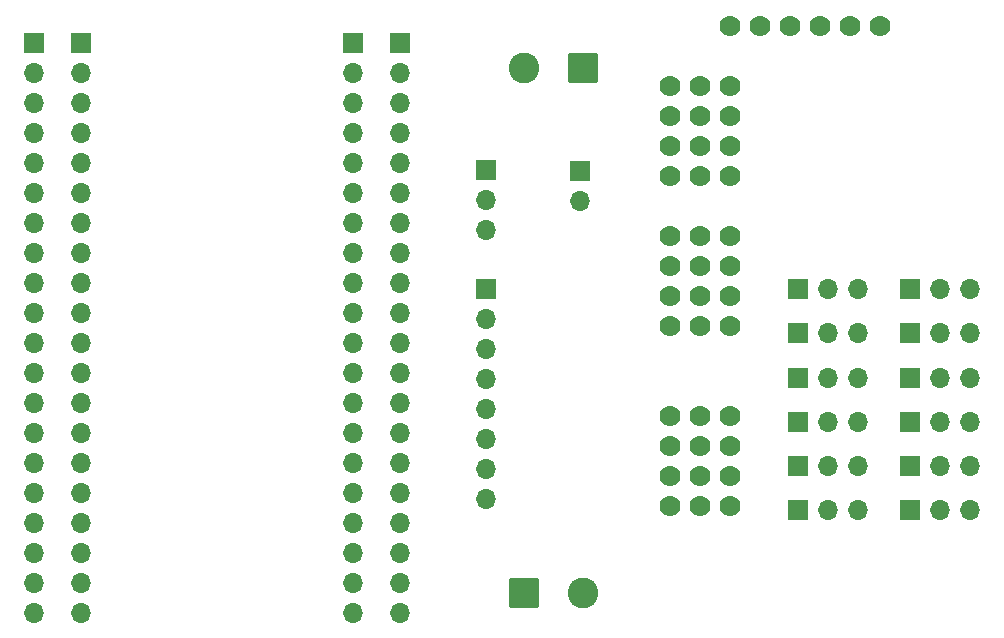
<source format=gbr>
%TF.GenerationSoftware,KiCad,Pcbnew,9.0.0*%
%TF.CreationDate,2025-03-26T16:30:54-04:00*%
%TF.ProjectId,spotmicro23mm,73706f74-6d69-4637-926f-32336d6d2e6b,rev?*%
%TF.SameCoordinates,Original*%
%TF.FileFunction,Soldermask,Bot*%
%TF.FilePolarity,Negative*%
%FSLAX46Y46*%
G04 Gerber Fmt 4.6, Leading zero omitted, Abs format (unit mm)*
G04 Created by KiCad (PCBNEW 9.0.0) date 2025-03-26 16:30:54*
%MOMM*%
%LPD*%
G01*
G04 APERTURE LIST*
G04 Aperture macros list*
%AMRoundRect*
0 Rectangle with rounded corners*
0 $1 Rounding radius*
0 $2 $3 $4 $5 $6 $7 $8 $9 X,Y pos of 4 corners*
0 Add a 4 corners polygon primitive as box body*
4,1,4,$2,$3,$4,$5,$6,$7,$8,$9,$2,$3,0*
0 Add four circle primitives for the rounded corners*
1,1,$1+$1,$2,$3*
1,1,$1+$1,$4,$5*
1,1,$1+$1,$6,$7*
1,1,$1+$1,$8,$9*
0 Add four rect primitives between the rounded corners*
20,1,$1+$1,$2,$3,$4,$5,0*
20,1,$1+$1,$4,$5,$6,$7,0*
20,1,$1+$1,$6,$7,$8,$9,0*
20,1,$1+$1,$8,$9,$2,$3,0*%
G04 Aperture macros list end*
%ADD10R,1.700000X1.700000*%
%ADD11O,1.700000X1.700000*%
%ADD12RoundRect,0.250000X1.050000X1.050000X-1.050000X1.050000X-1.050000X-1.050000X1.050000X-1.050000X0*%
%ADD13C,2.600000*%
%ADD14RoundRect,0.250000X-1.050000X-1.050000X1.050000X-1.050000X1.050000X1.050000X-1.050000X1.050000X0*%
%ADD15C,1.778000*%
G04 APERTURE END LIST*
D10*
%TO.C,J9*%
X146170000Y-88000000D03*
D11*
X148710000Y-88000000D03*
X151250000Y-88000000D03*
%TD*%
D10*
%TO.C,J14*%
X85500000Y-63400000D03*
D11*
X85500000Y-65940000D03*
X85500000Y-68480000D03*
X85500000Y-71020000D03*
X85500000Y-73560000D03*
X85500000Y-76100000D03*
X85500000Y-78640000D03*
X85500000Y-81180000D03*
X85500000Y-83720000D03*
X85500000Y-86260000D03*
X85500000Y-88800000D03*
X85500000Y-91340000D03*
X85500000Y-93880000D03*
X85500000Y-96420000D03*
X85500000Y-98960000D03*
X85500000Y-101500000D03*
X85500000Y-104040000D03*
X85500000Y-106580000D03*
X85500000Y-109120000D03*
X85500000Y-111660000D03*
%TD*%
D10*
%TO.C,J6*%
X155670000Y-99250000D03*
D11*
X158210000Y-99250000D03*
X160750000Y-99250000D03*
%TD*%
D10*
%TO.C,J18*%
X127750000Y-74250000D03*
D11*
X127750000Y-76790000D03*
%TD*%
D12*
%TO.C,J21*%
X127993453Y-65577500D03*
D13*
X122993453Y-65577500D03*
%TD*%
D10*
%TO.C,J4*%
X155670000Y-91750000D03*
D11*
X158210000Y-91750000D03*
X160750000Y-91750000D03*
%TD*%
D10*
%TO.C,J17*%
X112500000Y-63400000D03*
D11*
X112500000Y-65940000D03*
X112500000Y-68480000D03*
X112500000Y-71020000D03*
X112500000Y-73560000D03*
X112500000Y-76100000D03*
X112500000Y-78640000D03*
X112500000Y-81180000D03*
X112500000Y-83720000D03*
X112500000Y-86260000D03*
X112500000Y-88800000D03*
X112500000Y-91340000D03*
X112500000Y-93880000D03*
X112500000Y-96420000D03*
X112500000Y-98960000D03*
X112500000Y-101500000D03*
X112500000Y-104040000D03*
X112500000Y-106580000D03*
X112500000Y-109120000D03*
X112500000Y-111660000D03*
%TD*%
D10*
%TO.C,J13*%
X146170000Y-103000000D03*
D11*
X148710000Y-103000000D03*
X151250000Y-103000000D03*
%TD*%
D10*
%TO.C,J3*%
X155670000Y-88000000D03*
D11*
X158210000Y-88000000D03*
X160750000Y-88000000D03*
%TD*%
D10*
%TO.C,J15*%
X108500000Y-63400000D03*
D11*
X108500000Y-65940000D03*
X108500000Y-68480000D03*
X108500000Y-71020000D03*
X108500000Y-73560000D03*
X108500000Y-76100000D03*
X108500000Y-78640000D03*
X108500000Y-81180000D03*
X108500000Y-83720000D03*
X108500000Y-86260000D03*
X108500000Y-88800000D03*
X108500000Y-91340000D03*
X108500000Y-93880000D03*
X108500000Y-96420000D03*
X108500000Y-98960000D03*
X108500000Y-101500000D03*
X108500000Y-104040000D03*
X108500000Y-106580000D03*
X108500000Y-109120000D03*
X108500000Y-111660000D03*
%TD*%
D10*
%TO.C,J11*%
X146170000Y-95500000D03*
D11*
X148710000Y-95500000D03*
X151250000Y-95500000D03*
%TD*%
D14*
%TO.C,J1*%
X123000000Y-110000000D03*
D13*
X128000000Y-110000000D03*
%TD*%
D10*
%TO.C,J16*%
X81500000Y-63400000D03*
D11*
X81500000Y-65940000D03*
X81500000Y-68480000D03*
X81500000Y-71020000D03*
X81500000Y-73560000D03*
X81500000Y-76100000D03*
X81500000Y-78640000D03*
X81500000Y-81180000D03*
X81500000Y-83720000D03*
X81500000Y-86260000D03*
X81500000Y-88800000D03*
X81500000Y-91340000D03*
X81500000Y-93880000D03*
X81500000Y-96420000D03*
X81500000Y-98960000D03*
X81500000Y-101500000D03*
X81500000Y-104040000D03*
X81500000Y-106580000D03*
X81500000Y-109120000D03*
X81500000Y-111660000D03*
%TD*%
D10*
%TO.C,J8*%
X146170000Y-84250000D03*
D11*
X148710000Y-84250000D03*
X151250000Y-84250000D03*
%TD*%
D10*
%TO.C,J5*%
X155670000Y-95500000D03*
D11*
X158210000Y-95500000D03*
X160750000Y-95500000D03*
%TD*%
D10*
%TO.C,J10*%
X146170000Y-91750000D03*
D11*
X148710000Y-91750000D03*
X151250000Y-91750000D03*
%TD*%
D10*
%TO.C,J20*%
X119800000Y-84260000D03*
D11*
X119800000Y-86800000D03*
X119800000Y-89340000D03*
X119800000Y-91880000D03*
X119800000Y-94420000D03*
X119800000Y-96960000D03*
X119800000Y-99500000D03*
X119800000Y-102040000D03*
%TD*%
D10*
%TO.C,J12*%
X146170000Y-99250000D03*
D11*
X148710000Y-99250000D03*
X151250000Y-99250000D03*
%TD*%
D10*
%TO.C,J19*%
X119750000Y-74210000D03*
D11*
X119750000Y-76750000D03*
X119750000Y-79290000D03*
%TD*%
D10*
%TO.C,J7*%
X155670000Y-103000000D03*
D11*
X158210000Y-103000000D03*
X160750000Y-103000000D03*
%TD*%
D15*
%TO.C,U2*%
X140440000Y-67050000D03*
X140440000Y-69590000D03*
X140440000Y-72130000D03*
X140440000Y-74670000D03*
X140440000Y-79750000D03*
X140440000Y-82290000D03*
X140440000Y-84830000D03*
X140440000Y-87370000D03*
X140440000Y-94990000D03*
X140440000Y-97530000D03*
X140440000Y-100070000D03*
X140440000Y-102610000D03*
X153140000Y-61970000D03*
X135360000Y-67050000D03*
X135360000Y-69590000D03*
X135360000Y-72130000D03*
X135360000Y-74670000D03*
X135360000Y-79750000D03*
X135360000Y-82290000D03*
X135360000Y-84830000D03*
X135360000Y-87370000D03*
X135360000Y-94990000D03*
X135360000Y-97530000D03*
X135360000Y-100070000D03*
X135360000Y-102610000D03*
X150600000Y-61970000D03*
X148060000Y-61970000D03*
X145520000Y-61970000D03*
X140440000Y-61970000D03*
X137900000Y-67050000D03*
X137900000Y-69590000D03*
X137900000Y-72130000D03*
X137900000Y-74670000D03*
X137900000Y-79750000D03*
X137900000Y-82290000D03*
X137900000Y-84830000D03*
X137900000Y-87370000D03*
X137900000Y-94990000D03*
X137900000Y-97530000D03*
X137900000Y-100070000D03*
X137900000Y-102610000D03*
X142980000Y-61970000D03*
%TD*%
D10*
%TO.C,J2*%
X155670000Y-84250000D03*
D11*
X158210000Y-84250000D03*
X160750000Y-84250000D03*
%TD*%
M02*

</source>
